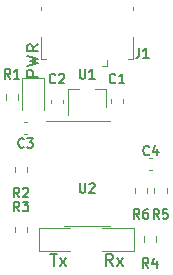
<source format=gbr>
G04 #@! TF.GenerationSoftware,KiCad,Pcbnew,5.1.5+dfsg1-2build2*
G04 #@! TF.CreationDate,2021-09-30T13:46:46+00:00*
G04 #@! TF.ProjectId,mcp2221a-breakout,6d637032-3232-4316-912d-627265616b6f,rev?*
G04 #@! TF.SameCoordinates,Original*
G04 #@! TF.FileFunction,Legend,Top*
G04 #@! TF.FilePolarity,Positive*
%FSLAX46Y46*%
G04 Gerber Fmt 4.6, Leading zero omitted, Abs format (unit mm)*
G04 Created by KiCad (PCBNEW 5.1.5+dfsg1-2build2) date 2021-09-30 13:46:46*
%MOMM*%
%LPD*%
G04 APERTURE LIST*
%ADD10C,0.120000*%
%ADD11C,0.150000*%
G04 APERTURE END LIST*
D10*
G04 #@! TO.C,U1*
X109530000Y-50040000D02*
X108600000Y-50040000D01*
X106370000Y-50040000D02*
X107300000Y-50040000D01*
X106370000Y-50040000D02*
X106370000Y-52200000D01*
X109530000Y-50040000D02*
X109530000Y-51500000D01*
G04 #@! TO.C,R6*
X113044500Y-58847258D02*
X113044500Y-58372742D01*
X111999500Y-58847258D02*
X111999500Y-58372742D01*
G04 #@! TO.C,R5*
X114695500Y-58847258D02*
X114695500Y-58372742D01*
X113650500Y-58847258D02*
X113650500Y-58372742D01*
G04 #@! TO.C,D3*
X111921000Y-61778000D02*
X109236000Y-61778000D01*
X111921000Y-63698000D02*
X111921000Y-61778000D01*
X109236000Y-63698000D02*
X111921000Y-63698000D01*
G04 #@! TO.C,D2*
X103852000Y-63698000D02*
X106537000Y-63698000D01*
X103852000Y-61778000D02*
X103852000Y-63698000D01*
X106537000Y-61778000D02*
X103852000Y-61778000D01*
G04 #@! TO.C,U2*
X107950000Y-61585000D02*
X109900000Y-61585000D01*
X107950000Y-61585000D02*
X106000000Y-61585000D01*
X107950000Y-52715000D02*
X109900000Y-52715000D01*
X107950000Y-52715000D02*
X104500000Y-52715000D01*
G04 #@! TO.C,R4*
X112761500Y-62975258D02*
X112761500Y-62500742D01*
X113806500Y-62975258D02*
X113806500Y-62500742D01*
G04 #@! TO.C,R3*
X102884500Y-61675742D02*
X102884500Y-62150258D01*
X101839500Y-61675742D02*
X101839500Y-62150258D01*
G04 #@! TO.C,R2*
X102884500Y-56594742D02*
X102884500Y-57069258D01*
X101839500Y-56594742D02*
X101839500Y-57069258D01*
G04 #@! TO.C,R1*
X101077500Y-50910258D02*
X101077500Y-50435742D01*
X102122500Y-50910258D02*
X102122500Y-50435742D01*
G04 #@! TO.C,J1*
X111850000Y-47482500D02*
X111400000Y-47482500D01*
X111850000Y-45632500D02*
X111850000Y-47482500D01*
X104050000Y-43082500D02*
X104050000Y-43332500D01*
X111850000Y-43082500D02*
X111850000Y-43332500D01*
X104050000Y-45632500D02*
X104050000Y-47482500D01*
X104050000Y-47482500D02*
X104500000Y-47482500D01*
X109650000Y-48032500D02*
X109200000Y-48032500D01*
X109650000Y-48032500D02*
X109650000Y-47582500D01*
G04 #@! TO.C,D1*
X104338000Y-51800000D02*
X104338000Y-49115000D01*
X104338000Y-49115000D02*
X102418000Y-49115000D01*
X102418000Y-49115000D02*
X102418000Y-51800000D01*
G04 #@! TO.C,C4*
X113206920Y-55878000D02*
X113488080Y-55878000D01*
X113206920Y-56898000D02*
X113488080Y-56898000D01*
G04 #@! TO.C,C3*
X102883580Y-53850000D02*
X102602420Y-53850000D01*
X102883580Y-52830000D02*
X102602420Y-52830000D01*
G04 #@! TO.C,C2*
X104900000Y-51194580D02*
X104900000Y-50913420D01*
X105920000Y-51194580D02*
X105920000Y-50913420D01*
G04 #@! TO.C,C1*
X109980000Y-51181580D02*
X109980000Y-50900420D01*
X111000000Y-51181580D02*
X111000000Y-50900420D01*
G04 #@! TO.C,U1*
D11*
X107340476Y-48329904D02*
X107340476Y-48977523D01*
X107378571Y-49053714D01*
X107416666Y-49091809D01*
X107492857Y-49129904D01*
X107645238Y-49129904D01*
X107721428Y-49091809D01*
X107759523Y-49053714D01*
X107797619Y-48977523D01*
X107797619Y-48329904D01*
X108597619Y-49129904D02*
X108140476Y-49129904D01*
X108369047Y-49129904D02*
X108369047Y-48329904D01*
X108292857Y-48444190D01*
X108216666Y-48520380D01*
X108140476Y-48558476D01*
G04 #@! TO.C,R6*
X112388666Y-61003904D02*
X112122000Y-60622952D01*
X111931523Y-61003904D02*
X111931523Y-60203904D01*
X112236285Y-60203904D01*
X112312476Y-60242000D01*
X112350571Y-60280095D01*
X112388666Y-60356285D01*
X112388666Y-60470571D01*
X112350571Y-60546761D01*
X112312476Y-60584857D01*
X112236285Y-60622952D01*
X111931523Y-60622952D01*
X113074380Y-60203904D02*
X112922000Y-60203904D01*
X112845809Y-60242000D01*
X112807714Y-60280095D01*
X112731523Y-60394380D01*
X112693428Y-60546761D01*
X112693428Y-60851523D01*
X112731523Y-60927714D01*
X112769619Y-60965809D01*
X112845809Y-61003904D01*
X112998190Y-61003904D01*
X113074380Y-60965809D01*
X113112476Y-60927714D01*
X113150571Y-60851523D01*
X113150571Y-60661047D01*
X113112476Y-60584857D01*
X113074380Y-60546761D01*
X112998190Y-60508666D01*
X112845809Y-60508666D01*
X112769619Y-60546761D01*
X112731523Y-60584857D01*
X112693428Y-60661047D01*
G04 #@! TO.C,R5*
X114039666Y-61003904D02*
X113773000Y-60622952D01*
X113582523Y-61003904D02*
X113582523Y-60203904D01*
X113887285Y-60203904D01*
X113963476Y-60242000D01*
X114001571Y-60280095D01*
X114039666Y-60356285D01*
X114039666Y-60470571D01*
X114001571Y-60546761D01*
X113963476Y-60584857D01*
X113887285Y-60622952D01*
X113582523Y-60622952D01*
X114763476Y-60203904D02*
X114382523Y-60203904D01*
X114344428Y-60584857D01*
X114382523Y-60546761D01*
X114458714Y-60508666D01*
X114649190Y-60508666D01*
X114725380Y-60546761D01*
X114763476Y-60584857D01*
X114801571Y-60661047D01*
X114801571Y-60851523D01*
X114763476Y-60927714D01*
X114725380Y-60965809D01*
X114649190Y-61003904D01*
X114458714Y-61003904D01*
X114382523Y-60965809D01*
X114344428Y-60927714D01*
G04 #@! TO.C,D3*
X110140761Y-64968380D02*
X109807428Y-64492190D01*
X109569333Y-64968380D02*
X109569333Y-63968380D01*
X109950285Y-63968380D01*
X110045523Y-64016000D01*
X110093142Y-64063619D01*
X110140761Y-64158857D01*
X110140761Y-64301714D01*
X110093142Y-64396952D01*
X110045523Y-64444571D01*
X109950285Y-64492190D01*
X109569333Y-64492190D01*
X110474095Y-64968380D02*
X110997904Y-64301714D01*
X110474095Y-64301714D02*
X110997904Y-64968380D01*
G04 #@! TO.C,D2*
X104846523Y-63968380D02*
X105417952Y-63968380D01*
X105132238Y-64968380D02*
X105132238Y-63968380D01*
X105656047Y-64968380D02*
X106179857Y-64301714D01*
X105656047Y-64301714D02*
X106179857Y-64968380D01*
G04 #@! TO.C,U2*
X107340476Y-57981904D02*
X107340476Y-58629523D01*
X107378571Y-58705714D01*
X107416666Y-58743809D01*
X107492857Y-58781904D01*
X107645238Y-58781904D01*
X107721428Y-58743809D01*
X107759523Y-58705714D01*
X107797619Y-58629523D01*
X107797619Y-57981904D01*
X108140476Y-58058095D02*
X108178571Y-58020000D01*
X108254761Y-57981904D01*
X108445238Y-57981904D01*
X108521428Y-58020000D01*
X108559523Y-58058095D01*
X108597619Y-58134285D01*
X108597619Y-58210476D01*
X108559523Y-58324761D01*
X108102380Y-58781904D01*
X108597619Y-58781904D01*
G04 #@! TO.C,R4*
X113150666Y-65131904D02*
X112884000Y-64750952D01*
X112693523Y-65131904D02*
X112693523Y-64331904D01*
X112998285Y-64331904D01*
X113074476Y-64370000D01*
X113112571Y-64408095D01*
X113150666Y-64484285D01*
X113150666Y-64598571D01*
X113112571Y-64674761D01*
X113074476Y-64712857D01*
X112998285Y-64750952D01*
X112693523Y-64750952D01*
X113836380Y-64598571D02*
X113836380Y-65131904D01*
X113645904Y-64293809D02*
X113455428Y-64865238D01*
X113950666Y-64865238D01*
G04 #@! TO.C,R3*
X102228666Y-60369404D02*
X101962000Y-59988452D01*
X101771523Y-60369404D02*
X101771523Y-59569404D01*
X102076285Y-59569404D01*
X102152476Y-59607500D01*
X102190571Y-59645595D01*
X102228666Y-59721785D01*
X102228666Y-59836071D01*
X102190571Y-59912261D01*
X102152476Y-59950357D01*
X102076285Y-59988452D01*
X101771523Y-59988452D01*
X102495333Y-59569404D02*
X102990571Y-59569404D01*
X102723904Y-59874166D01*
X102838190Y-59874166D01*
X102914380Y-59912261D01*
X102952476Y-59950357D01*
X102990571Y-60026547D01*
X102990571Y-60217023D01*
X102952476Y-60293214D01*
X102914380Y-60331309D01*
X102838190Y-60369404D01*
X102609619Y-60369404D01*
X102533428Y-60331309D01*
X102495333Y-60293214D01*
G04 #@! TO.C,R2*
X102228666Y-59162904D02*
X101962000Y-58781952D01*
X101771523Y-59162904D02*
X101771523Y-58362904D01*
X102076285Y-58362904D01*
X102152476Y-58401000D01*
X102190571Y-58439095D01*
X102228666Y-58515285D01*
X102228666Y-58629571D01*
X102190571Y-58705761D01*
X102152476Y-58743857D01*
X102076285Y-58781952D01*
X101771523Y-58781952D01*
X102533428Y-58439095D02*
X102571523Y-58401000D01*
X102647714Y-58362904D01*
X102838190Y-58362904D01*
X102914380Y-58401000D01*
X102952476Y-58439095D01*
X102990571Y-58515285D01*
X102990571Y-58591476D01*
X102952476Y-58705761D01*
X102495333Y-59162904D01*
X102990571Y-59162904D01*
G04 #@! TO.C,R1*
X101466666Y-49129904D02*
X101200000Y-48748952D01*
X101009523Y-49129904D02*
X101009523Y-48329904D01*
X101314285Y-48329904D01*
X101390476Y-48368000D01*
X101428571Y-48406095D01*
X101466666Y-48482285D01*
X101466666Y-48596571D01*
X101428571Y-48672761D01*
X101390476Y-48710857D01*
X101314285Y-48748952D01*
X101009523Y-48748952D01*
X102228571Y-49129904D02*
X101771428Y-49129904D01*
X102000000Y-49129904D02*
X102000000Y-48329904D01*
X101923809Y-48444190D01*
X101847619Y-48520380D01*
X101771428Y-48558476D01*
G04 #@! TO.C,J1*
X112382333Y-46551904D02*
X112382333Y-47123333D01*
X112344238Y-47237619D01*
X112268047Y-47313809D01*
X112153761Y-47351904D01*
X112077571Y-47351904D01*
X113182333Y-47351904D02*
X112725190Y-47351904D01*
X112953761Y-47351904D02*
X112953761Y-46551904D01*
X112877571Y-46666190D01*
X112801380Y-46742380D01*
X112725190Y-46780476D01*
G04 #@! TO.C,D1*
X103830380Y-48958333D02*
X102830380Y-48958333D01*
X102830380Y-48577380D01*
X102878000Y-48482142D01*
X102925619Y-48434523D01*
X103020857Y-48386904D01*
X103163714Y-48386904D01*
X103258952Y-48434523D01*
X103306571Y-48482142D01*
X103354190Y-48577380D01*
X103354190Y-48958333D01*
X102830380Y-48053571D02*
X103830380Y-47815476D01*
X103116095Y-47625000D01*
X103830380Y-47434523D01*
X102830380Y-47196428D01*
X103830380Y-46244047D02*
X103354190Y-46577380D01*
X103830380Y-46815476D02*
X102830380Y-46815476D01*
X102830380Y-46434523D01*
X102878000Y-46339285D01*
X102925619Y-46291666D01*
X103020857Y-46244047D01*
X103163714Y-46244047D01*
X103258952Y-46291666D01*
X103306571Y-46339285D01*
X103354190Y-46434523D01*
X103354190Y-46815476D01*
G04 #@! TO.C,C4*
X113214166Y-55530714D02*
X113176071Y-55568809D01*
X113061785Y-55606904D01*
X112985595Y-55606904D01*
X112871309Y-55568809D01*
X112795119Y-55492619D01*
X112757023Y-55416428D01*
X112718928Y-55264047D01*
X112718928Y-55149761D01*
X112757023Y-54997380D01*
X112795119Y-54921190D01*
X112871309Y-54845000D01*
X112985595Y-54806904D01*
X113061785Y-54806904D01*
X113176071Y-54845000D01*
X113214166Y-54883095D01*
X113899880Y-55073571D02*
X113899880Y-55606904D01*
X113709404Y-54768809D02*
X113518928Y-55340238D01*
X114014166Y-55340238D01*
G04 #@! TO.C,C3*
X102609666Y-54895714D02*
X102571571Y-54933809D01*
X102457285Y-54971904D01*
X102381095Y-54971904D01*
X102266809Y-54933809D01*
X102190619Y-54857619D01*
X102152523Y-54781428D01*
X102114428Y-54629047D01*
X102114428Y-54514761D01*
X102152523Y-54362380D01*
X102190619Y-54286190D01*
X102266809Y-54210000D01*
X102381095Y-54171904D01*
X102457285Y-54171904D01*
X102571571Y-54210000D01*
X102609666Y-54248095D01*
X102876333Y-54171904D02*
X103371571Y-54171904D01*
X103104904Y-54476666D01*
X103219190Y-54476666D01*
X103295380Y-54514761D01*
X103333476Y-54552857D01*
X103371571Y-54629047D01*
X103371571Y-54819523D01*
X103333476Y-54895714D01*
X103295380Y-54933809D01*
X103219190Y-54971904D01*
X102990619Y-54971904D01*
X102914428Y-54933809D01*
X102876333Y-54895714D01*
G04 #@! TO.C,C2*
X105276666Y-49434714D02*
X105238571Y-49472809D01*
X105124285Y-49510904D01*
X105048095Y-49510904D01*
X104933809Y-49472809D01*
X104857619Y-49396619D01*
X104819523Y-49320428D01*
X104781428Y-49168047D01*
X104781428Y-49053761D01*
X104819523Y-48901380D01*
X104857619Y-48825190D01*
X104933809Y-48749000D01*
X105048095Y-48710904D01*
X105124285Y-48710904D01*
X105238571Y-48749000D01*
X105276666Y-48787095D01*
X105581428Y-48787095D02*
X105619523Y-48749000D01*
X105695714Y-48710904D01*
X105886190Y-48710904D01*
X105962380Y-48749000D01*
X106000476Y-48787095D01*
X106038571Y-48863285D01*
X106038571Y-48939476D01*
X106000476Y-49053761D01*
X105543333Y-49510904D01*
X106038571Y-49510904D01*
G04 #@! TO.C,C1*
X110356666Y-49434714D02*
X110318571Y-49472809D01*
X110204285Y-49510904D01*
X110128095Y-49510904D01*
X110013809Y-49472809D01*
X109937619Y-49396619D01*
X109899523Y-49320428D01*
X109861428Y-49168047D01*
X109861428Y-49053761D01*
X109899523Y-48901380D01*
X109937619Y-48825190D01*
X110013809Y-48749000D01*
X110128095Y-48710904D01*
X110204285Y-48710904D01*
X110318571Y-48749000D01*
X110356666Y-48787095D01*
X111118571Y-49510904D02*
X110661428Y-49510904D01*
X110890000Y-49510904D02*
X110890000Y-48710904D01*
X110813809Y-48825190D01*
X110737619Y-48901380D01*
X110661428Y-48939476D01*
G04 #@! TD*
M02*

</source>
